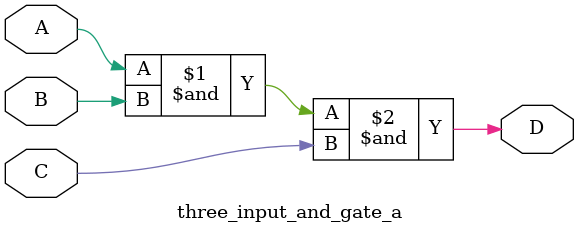
<source format=v>
`timescale 1ns / 1ps

module three_input_and_gate_a(
    input A,B,C, output D
    );
    assign D = A & B & C;
endmodule

</source>
